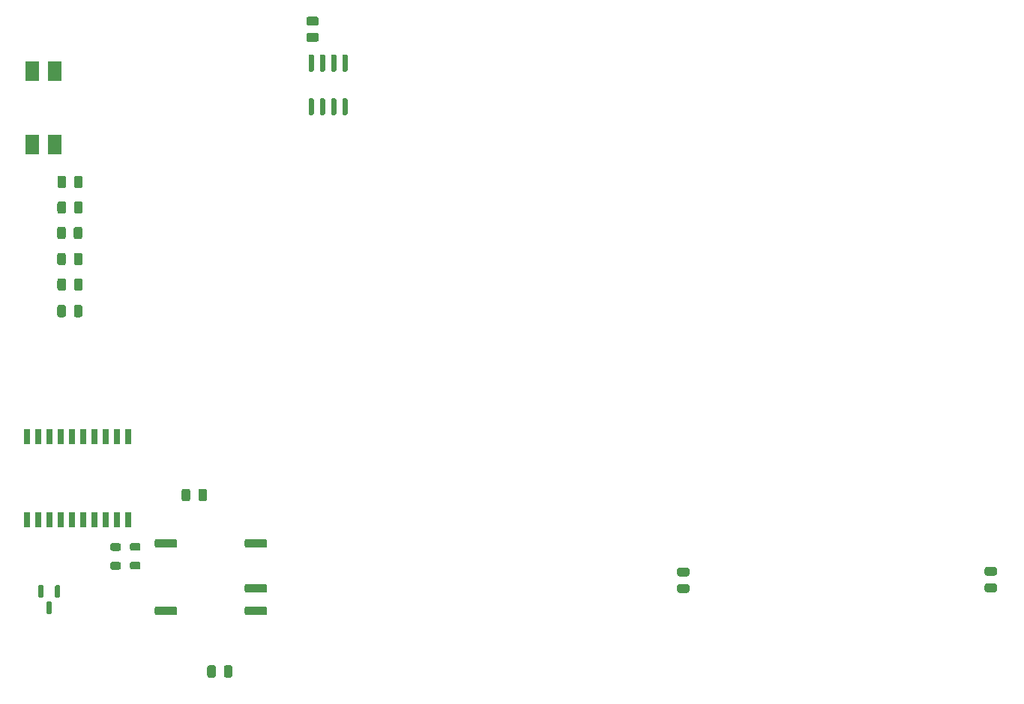
<source format=gbr>
G04 #@! TF.GenerationSoftware,KiCad,Pcbnew,(6.0.1)*
G04 #@! TF.CreationDate,2022-03-10T17:03:53-06:00*
G04 #@! TF.ProjectId,MPPT,4d505054-2e6b-4696-9361-645f70636258,1.4.0*
G04 #@! TF.SameCoordinates,PX10b1ae8PY9b06478*
G04 #@! TF.FileFunction,Paste,Top*
G04 #@! TF.FilePolarity,Positive*
%FSLAX46Y46*%
G04 Gerber Fmt 4.6, Leading zero omitted, Abs format (unit mm)*
G04 Created by KiCad (PCBNEW (6.0.1)) date 2022-03-10 17:03:53*
%MOMM*%
%LPD*%
G01*
G04 APERTURE LIST*
%ADD10R,0.650000X1.800000*%
%ADD11R,1.520000X2.160000*%
G04 APERTURE END LIST*
G36*
G01*
X7135000Y29165000D02*
X7435000Y29165000D01*
G75*
G02*
X7585000Y29015000I0J-150000D01*
G01*
X7585000Y27840000D01*
G75*
G02*
X7435000Y27690000I-150000J0D01*
G01*
X7135000Y27690000D01*
G75*
G02*
X6985000Y27840000I0J150000D01*
G01*
X6985000Y29015000D01*
G75*
G02*
X7135000Y29165000I150000J0D01*
G01*
G37*
G36*
G01*
X5235000Y29165000D02*
X5535000Y29165000D01*
G75*
G02*
X5685000Y29015000I0J-150000D01*
G01*
X5685000Y27840000D01*
G75*
G02*
X5535000Y27690000I-150000J0D01*
G01*
X5235000Y27690000D01*
G75*
G02*
X5085000Y27840000I0J150000D01*
G01*
X5085000Y29015000D01*
G75*
G02*
X5235000Y29165000I150000J0D01*
G01*
G37*
G36*
G01*
X6185000Y27290000D02*
X6485000Y27290000D01*
G75*
G02*
X6635000Y27140000I0J-150000D01*
G01*
X6635000Y25965000D01*
G75*
G02*
X6485000Y25815000I-150000J0D01*
G01*
X6185000Y25815000D01*
G75*
G02*
X6035000Y25965000I0J150000D01*
G01*
X6035000Y27140000D01*
G75*
G02*
X6185000Y27290000I150000J0D01*
G01*
G37*
G36*
G01*
X36525000Y90542500D02*
X35625000Y90542500D01*
G75*
G02*
X35375000Y90792500I0J250000D01*
G01*
X35375000Y91317500D01*
G75*
G02*
X35625000Y91567500I250000J0D01*
G01*
X36525000Y91567500D01*
G75*
G02*
X36775000Y91317500I0J-250000D01*
G01*
X36775000Y90792500D01*
G75*
G02*
X36525000Y90542500I-250000J0D01*
G01*
G37*
G36*
G01*
X36525000Y92367500D02*
X35625000Y92367500D01*
G75*
G02*
X35375000Y92617500I0J250000D01*
G01*
X35375000Y93142500D01*
G75*
G02*
X35625000Y93392500I250000J0D01*
G01*
X36525000Y93392500D01*
G75*
G02*
X36775000Y93142500I0J-250000D01*
G01*
X36775000Y92617500D01*
G75*
G02*
X36525000Y92367500I-250000J0D01*
G01*
G37*
G36*
G01*
X10110000Y75176250D02*
X10110000Y74263750D01*
G75*
G02*
X9866250Y74020000I-243750J0D01*
G01*
X9378750Y74020000D01*
G75*
G02*
X9135000Y74263750I0J243750D01*
G01*
X9135000Y75176250D01*
G75*
G02*
X9378750Y75420000I243750J0D01*
G01*
X9866250Y75420000D01*
G75*
G02*
X10110000Y75176250I0J-243750D01*
G01*
G37*
G36*
G01*
X8235000Y75176250D02*
X8235000Y74263750D01*
G75*
G02*
X7991250Y74020000I-243750J0D01*
G01*
X7503750Y74020000D01*
G75*
G02*
X7260000Y74263750I0J243750D01*
G01*
X7260000Y75176250D01*
G75*
G02*
X7503750Y75420000I243750J0D01*
G01*
X7991250Y75420000D01*
G75*
G02*
X8235000Y75176250I0J-243750D01*
G01*
G37*
G36*
G01*
X10082500Y69401250D02*
X10082500Y68488750D01*
G75*
G02*
X9838750Y68245000I-243750J0D01*
G01*
X9351250Y68245000D01*
G75*
G02*
X9107500Y68488750I0J243750D01*
G01*
X9107500Y69401250D01*
G75*
G02*
X9351250Y69645000I243750J0D01*
G01*
X9838750Y69645000D01*
G75*
G02*
X10082500Y69401250I0J-243750D01*
G01*
G37*
G36*
G01*
X8207500Y69401250D02*
X8207500Y68488750D01*
G75*
G02*
X7963750Y68245000I-243750J0D01*
G01*
X7476250Y68245000D01*
G75*
G02*
X7232500Y68488750I0J243750D01*
G01*
X7232500Y69401250D01*
G75*
G02*
X7476250Y69645000I243750J0D01*
G01*
X7963750Y69645000D01*
G75*
G02*
X8207500Y69401250I0J-243750D01*
G01*
G37*
D10*
X15285000Y45937500D03*
X14015000Y45937500D03*
X12745000Y45937500D03*
X11475000Y45937500D03*
X10205000Y45937500D03*
X8935000Y45937500D03*
X7665000Y45937500D03*
X6395000Y45937500D03*
X5125000Y45937500D03*
X3855000Y45937500D03*
X3855000Y36487500D03*
X5125000Y36487500D03*
X6395000Y36487500D03*
X7665000Y36487500D03*
X8935000Y36487500D03*
X10205000Y36487500D03*
X11475000Y36487500D03*
X12745000Y36487500D03*
X14015000Y36487500D03*
X15285000Y36487500D03*
G36*
G01*
X16431250Y30895000D02*
X15668750Y30895000D01*
G75*
G02*
X15450000Y31113750I0J218750D01*
G01*
X15450000Y31551250D01*
G75*
G02*
X15668750Y31770000I218750J0D01*
G01*
X16431250Y31770000D01*
G75*
G02*
X16650000Y31551250I0J-218750D01*
G01*
X16650000Y31113750D01*
G75*
G02*
X16431250Y30895000I-218750J0D01*
G01*
G37*
G36*
G01*
X16431250Y33020000D02*
X15668750Y33020000D01*
G75*
G02*
X15450000Y33238750I0J218750D01*
G01*
X15450000Y33676250D01*
G75*
G02*
X15668750Y33895000I218750J0D01*
G01*
X16431250Y33895000D01*
G75*
G02*
X16650000Y33676250I0J-218750D01*
G01*
X16650000Y33238750D01*
G75*
G02*
X16431250Y33020000I-218750J0D01*
G01*
G37*
G36*
G01*
X10095000Y60571250D02*
X10095000Y59658750D01*
G75*
G02*
X9851250Y59415000I-243750J0D01*
G01*
X9363750Y59415000D01*
G75*
G02*
X9120000Y59658750I0J243750D01*
G01*
X9120000Y60571250D01*
G75*
G02*
X9363750Y60815000I243750J0D01*
G01*
X9851250Y60815000D01*
G75*
G02*
X10095000Y60571250I0J-243750D01*
G01*
G37*
G36*
G01*
X8220000Y60571250D02*
X8220000Y59658750D01*
G75*
G02*
X7976250Y59415000I-243750J0D01*
G01*
X7488750Y59415000D01*
G75*
G02*
X7245000Y59658750I0J243750D01*
G01*
X7245000Y60571250D01*
G75*
G02*
X7488750Y60815000I243750J0D01*
G01*
X7976250Y60815000D01*
G75*
G02*
X8220000Y60571250I0J-243750D01*
G01*
G37*
G36*
G01*
X14206250Y30880000D02*
X13443750Y30880000D01*
G75*
G02*
X13225000Y31098750I0J218750D01*
G01*
X13225000Y31536250D01*
G75*
G02*
X13443750Y31755000I218750J0D01*
G01*
X14206250Y31755000D01*
G75*
G02*
X14425000Y31536250I0J-218750D01*
G01*
X14425000Y31098750D01*
G75*
G02*
X14206250Y30880000I-218750J0D01*
G01*
G37*
G36*
G01*
X14206250Y33005000D02*
X13443750Y33005000D01*
G75*
G02*
X13225000Y33223750I0J218750D01*
G01*
X13225000Y33661250D01*
G75*
G02*
X13443750Y33880000I218750J0D01*
G01*
X14206250Y33880000D01*
G75*
G02*
X14425000Y33661250I0J-218750D01*
G01*
X14425000Y33223750D01*
G75*
G02*
X14206250Y33005000I-218750J0D01*
G01*
G37*
G36*
G01*
X10095000Y66446250D02*
X10095000Y65533750D01*
G75*
G02*
X9851250Y65290000I-243750J0D01*
G01*
X9363750Y65290000D01*
G75*
G02*
X9120000Y65533750I0J243750D01*
G01*
X9120000Y66446250D01*
G75*
G02*
X9363750Y66690000I243750J0D01*
G01*
X9851250Y66690000D01*
G75*
G02*
X10095000Y66446250I0J-243750D01*
G01*
G37*
G36*
G01*
X8220000Y66446250D02*
X8220000Y65533750D01*
G75*
G02*
X7976250Y65290000I-243750J0D01*
G01*
X7488750Y65290000D01*
G75*
G02*
X7245000Y65533750I0J243750D01*
G01*
X7245000Y66446250D01*
G75*
G02*
X7488750Y66690000I243750J0D01*
G01*
X7976250Y66690000D01*
G75*
G02*
X8220000Y66446250I0J-243750D01*
G01*
G37*
G36*
G01*
X28660000Y26730000D02*
X30700000Y26730000D01*
G75*
G02*
X30950000Y26480000I0J-250000D01*
G01*
X30950000Y25980000D01*
G75*
G02*
X30700000Y25730000I-250000J0D01*
G01*
X28660000Y25730000D01*
G75*
G02*
X28410000Y25980000I0J250000D01*
G01*
X28410000Y26480000D01*
G75*
G02*
X28660000Y26730000I250000J0D01*
G01*
G37*
G36*
G01*
X28660000Y29270000D02*
X30700000Y29270000D01*
G75*
G02*
X30950000Y29020000I0J-250000D01*
G01*
X30950000Y28520000D01*
G75*
G02*
X30700000Y28270000I-250000J0D01*
G01*
X28660000Y28270000D01*
G75*
G02*
X28410000Y28520000I0J250000D01*
G01*
X28410000Y29020000D01*
G75*
G02*
X28660000Y29270000I250000J0D01*
G01*
G37*
G36*
G01*
X28660000Y34350000D02*
X30700000Y34350000D01*
G75*
G02*
X30950000Y34100000I0J-250000D01*
G01*
X30950000Y33600000D01*
G75*
G02*
X30700000Y33350000I-250000J0D01*
G01*
X28660000Y33350000D01*
G75*
G02*
X28410000Y33600000I0J250000D01*
G01*
X28410000Y34100000D01*
G75*
G02*
X28660000Y34350000I250000J0D01*
G01*
G37*
G36*
G01*
X18500000Y34350000D02*
X20540000Y34350000D01*
G75*
G02*
X20790000Y34100000I0J-250000D01*
G01*
X20790000Y33600000D01*
G75*
G02*
X20540000Y33350000I-250000J0D01*
G01*
X18500000Y33350000D01*
G75*
G02*
X18250000Y33600000I0J250000D01*
G01*
X18250000Y34100000D01*
G75*
G02*
X18500000Y34350000I250000J0D01*
G01*
G37*
G36*
G01*
X18500000Y26730000D02*
X20540000Y26730000D01*
G75*
G02*
X20790000Y26480000I0J-250000D01*
G01*
X20790000Y25980000D01*
G75*
G02*
X20540000Y25730000I-250000J0D01*
G01*
X18500000Y25730000D01*
G75*
G02*
X18250000Y25980000I0J250000D01*
G01*
X18250000Y26480000D01*
G75*
G02*
X18500000Y26730000I250000J0D01*
G01*
G37*
G36*
G01*
X113131250Y28335000D02*
X112218750Y28335000D01*
G75*
G02*
X111975000Y28578750I0J243750D01*
G01*
X111975000Y29066250D01*
G75*
G02*
X112218750Y29310000I243750J0D01*
G01*
X113131250Y29310000D01*
G75*
G02*
X113375000Y29066250I0J-243750D01*
G01*
X113375000Y28578750D01*
G75*
G02*
X113131250Y28335000I-243750J0D01*
G01*
G37*
G36*
G01*
X113131250Y30210000D02*
X112218750Y30210000D01*
G75*
G02*
X111975000Y30453750I0J243750D01*
G01*
X111975000Y30941250D01*
G75*
G02*
X112218750Y31185000I243750J0D01*
G01*
X113131250Y31185000D01*
G75*
G02*
X113375000Y30941250I0J-243750D01*
G01*
X113375000Y30453750D01*
G75*
G02*
X113131250Y30210000I-243750J0D01*
G01*
G37*
D11*
X6985000Y87200000D03*
X4445000Y87200000D03*
X4445000Y78940000D03*
X6985000Y78940000D03*
G36*
G01*
X10100000Y63566250D02*
X10100000Y62653750D01*
G75*
G02*
X9856250Y62410000I-243750J0D01*
G01*
X9368750Y62410000D01*
G75*
G02*
X9125000Y62653750I0J243750D01*
G01*
X9125000Y63566250D01*
G75*
G02*
X9368750Y63810000I243750J0D01*
G01*
X9856250Y63810000D01*
G75*
G02*
X10100000Y63566250I0J-243750D01*
G01*
G37*
G36*
G01*
X8225000Y63566250D02*
X8225000Y62653750D01*
G75*
G02*
X7981250Y62410000I-243750J0D01*
G01*
X7493750Y62410000D01*
G75*
G02*
X7250000Y62653750I0J243750D01*
G01*
X7250000Y63566250D01*
G75*
G02*
X7493750Y63810000I243750J0D01*
G01*
X7981250Y63810000D01*
G75*
G02*
X8225000Y63566250I0J-243750D01*
G01*
G37*
G36*
G01*
X24182500Y18913750D02*
X24182500Y19826250D01*
G75*
G02*
X24426250Y20070000I243750J0D01*
G01*
X24913750Y20070000D01*
G75*
G02*
X25157500Y19826250I0J-243750D01*
G01*
X25157500Y18913750D01*
G75*
G02*
X24913750Y18670000I-243750J0D01*
G01*
X24426250Y18670000D01*
G75*
G02*
X24182500Y18913750I0J243750D01*
G01*
G37*
G36*
G01*
X26057500Y18913750D02*
X26057500Y19826250D01*
G75*
G02*
X26301250Y20070000I243750J0D01*
G01*
X26788750Y20070000D01*
G75*
G02*
X27032500Y19826250I0J-243750D01*
G01*
X27032500Y18913750D01*
G75*
G02*
X26788750Y18670000I-243750J0D01*
G01*
X26301250Y18670000D01*
G75*
G02*
X26057500Y18913750I0J243750D01*
G01*
G37*
G36*
G01*
X21295000Y38863750D02*
X21295000Y39776250D01*
G75*
G02*
X21538750Y40020000I243750J0D01*
G01*
X22026250Y40020000D01*
G75*
G02*
X22270000Y39776250I0J-243750D01*
G01*
X22270000Y38863750D01*
G75*
G02*
X22026250Y38620000I-243750J0D01*
G01*
X21538750Y38620000D01*
G75*
G02*
X21295000Y38863750I0J243750D01*
G01*
G37*
G36*
G01*
X23170000Y38863750D02*
X23170000Y39776250D01*
G75*
G02*
X23413750Y40020000I243750J0D01*
G01*
X23901250Y40020000D01*
G75*
G02*
X24145000Y39776250I0J-243750D01*
G01*
X24145000Y38863750D01*
G75*
G02*
X23901250Y38620000I-243750J0D01*
G01*
X23413750Y38620000D01*
G75*
G02*
X23170000Y38863750I0J243750D01*
G01*
G37*
G36*
G01*
X78406250Y28252500D02*
X77493750Y28252500D01*
G75*
G02*
X77250000Y28496250I0J243750D01*
G01*
X77250000Y28983750D01*
G75*
G02*
X77493750Y29227500I243750J0D01*
G01*
X78406250Y29227500D01*
G75*
G02*
X78650000Y28983750I0J-243750D01*
G01*
X78650000Y28496250D01*
G75*
G02*
X78406250Y28252500I-243750J0D01*
G01*
G37*
G36*
G01*
X78406250Y30127500D02*
X77493750Y30127500D01*
G75*
G02*
X77250000Y30371250I0J243750D01*
G01*
X77250000Y30858750D01*
G75*
G02*
X77493750Y31102500I243750J0D01*
G01*
X78406250Y31102500D01*
G75*
G02*
X78650000Y30858750I0J-243750D01*
G01*
X78650000Y30371250D01*
G75*
G02*
X78406250Y30127500I-243750J0D01*
G01*
G37*
G36*
G01*
X36070000Y82235000D02*
X35770000Y82235000D01*
G75*
G02*
X35620000Y82385000I0J150000D01*
G01*
X35620000Y84035000D01*
G75*
G02*
X35770000Y84185000I150000J0D01*
G01*
X36070000Y84185000D01*
G75*
G02*
X36220000Y84035000I0J-150000D01*
G01*
X36220000Y82385000D01*
G75*
G02*
X36070000Y82235000I-150000J0D01*
G01*
G37*
G36*
G01*
X37340000Y82235000D02*
X37040000Y82235000D01*
G75*
G02*
X36890000Y82385000I0J150000D01*
G01*
X36890000Y84035000D01*
G75*
G02*
X37040000Y84185000I150000J0D01*
G01*
X37340000Y84185000D01*
G75*
G02*
X37490000Y84035000I0J-150000D01*
G01*
X37490000Y82385000D01*
G75*
G02*
X37340000Y82235000I-150000J0D01*
G01*
G37*
G36*
G01*
X38610000Y82235000D02*
X38310000Y82235000D01*
G75*
G02*
X38160000Y82385000I0J150000D01*
G01*
X38160000Y84035000D01*
G75*
G02*
X38310000Y84185000I150000J0D01*
G01*
X38610000Y84185000D01*
G75*
G02*
X38760000Y84035000I0J-150000D01*
G01*
X38760000Y82385000D01*
G75*
G02*
X38610000Y82235000I-150000J0D01*
G01*
G37*
G36*
G01*
X39880000Y82235000D02*
X39580000Y82235000D01*
G75*
G02*
X39430000Y82385000I0J150000D01*
G01*
X39430000Y84035000D01*
G75*
G02*
X39580000Y84185000I150000J0D01*
G01*
X39880000Y84185000D01*
G75*
G02*
X40030000Y84035000I0J-150000D01*
G01*
X40030000Y82385000D01*
G75*
G02*
X39880000Y82235000I-150000J0D01*
G01*
G37*
G36*
G01*
X39880000Y87185000D02*
X39580000Y87185000D01*
G75*
G02*
X39430000Y87335000I0J150000D01*
G01*
X39430000Y88985000D01*
G75*
G02*
X39580000Y89135000I150000J0D01*
G01*
X39880000Y89135000D01*
G75*
G02*
X40030000Y88985000I0J-150000D01*
G01*
X40030000Y87335000D01*
G75*
G02*
X39880000Y87185000I-150000J0D01*
G01*
G37*
G36*
G01*
X38610000Y87185000D02*
X38310000Y87185000D01*
G75*
G02*
X38160000Y87335000I0J150000D01*
G01*
X38160000Y88985000D01*
G75*
G02*
X38310000Y89135000I150000J0D01*
G01*
X38610000Y89135000D01*
G75*
G02*
X38760000Y88985000I0J-150000D01*
G01*
X38760000Y87335000D01*
G75*
G02*
X38610000Y87185000I-150000J0D01*
G01*
G37*
G36*
G01*
X37340000Y87185000D02*
X37040000Y87185000D01*
G75*
G02*
X36890000Y87335000I0J150000D01*
G01*
X36890000Y88985000D01*
G75*
G02*
X37040000Y89135000I150000J0D01*
G01*
X37340000Y89135000D01*
G75*
G02*
X37490000Y88985000I0J-150000D01*
G01*
X37490000Y87335000D01*
G75*
G02*
X37340000Y87185000I-150000J0D01*
G01*
G37*
G36*
G01*
X36070000Y87185000D02*
X35770000Y87185000D01*
G75*
G02*
X35620000Y87335000I0J150000D01*
G01*
X35620000Y88985000D01*
G75*
G02*
X35770000Y89135000I150000J0D01*
G01*
X36070000Y89135000D01*
G75*
G02*
X36220000Y88985000I0J-150000D01*
G01*
X36220000Y87335000D01*
G75*
G02*
X36070000Y87185000I-150000J0D01*
G01*
G37*
G36*
G01*
X10100000Y72281250D02*
X10100000Y71368750D01*
G75*
G02*
X9856250Y71125000I-243750J0D01*
G01*
X9368750Y71125000D01*
G75*
G02*
X9125000Y71368750I0J243750D01*
G01*
X9125000Y72281250D01*
G75*
G02*
X9368750Y72525000I243750J0D01*
G01*
X9856250Y72525000D01*
G75*
G02*
X10100000Y72281250I0J-243750D01*
G01*
G37*
G36*
G01*
X8225000Y72281250D02*
X8225000Y71368750D01*
G75*
G02*
X7981250Y71125000I-243750J0D01*
G01*
X7493750Y71125000D01*
G75*
G02*
X7250000Y71368750I0J243750D01*
G01*
X7250000Y72281250D01*
G75*
G02*
X7493750Y72525000I243750J0D01*
G01*
X7981250Y72525000D01*
G75*
G02*
X8225000Y72281250I0J-243750D01*
G01*
G37*
M02*

</source>
